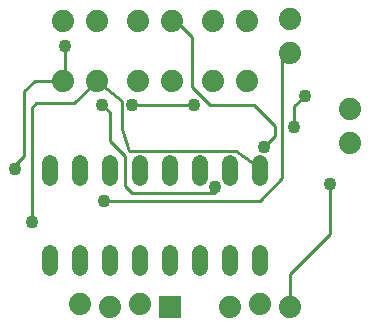
<source format=gbl>
G75*
%MOIN*%
%OFA0B0*%
%FSLAX25Y25*%
%IPPOS*%
%LPD*%
%AMOC8*
5,1,8,0,0,1.08239X$1,22.5*
%
%ADD10C,0.07400*%
%ADD11R,0.07400X0.07400*%
%ADD12C,0.05200*%
%ADD13C,0.04356*%
%ADD14C,0.01000*%
D10*
X0522633Y0086000D03*
X0534033Y0086000D03*
X0547633Y0086000D03*
X0559033Y0086000D03*
X0572633Y0086000D03*
X0584033Y0086000D03*
X0598333Y0095300D03*
X0584033Y0106000D03*
X0572633Y0106000D03*
X0559033Y0106000D03*
X0547633Y0106000D03*
X0534033Y0106000D03*
X0522633Y0106000D03*
X0598333Y0106700D03*
X0618333Y0076700D03*
X0618333Y0065300D03*
X0588333Y0011500D03*
X0598333Y0010500D03*
X0578333Y0010500D03*
X0548333Y0011500D03*
X0538333Y0010500D03*
X0528333Y0011500D03*
D11*
X0558333Y0010500D03*
D12*
X0558333Y0023400D02*
X0558333Y0028600D01*
X0548333Y0028600D02*
X0548333Y0023400D01*
X0538333Y0023400D02*
X0538333Y0028600D01*
X0528333Y0028600D02*
X0528333Y0023400D01*
X0518333Y0023400D02*
X0518333Y0028600D01*
X0568333Y0028600D02*
X0568333Y0023400D01*
X0578333Y0023400D02*
X0578333Y0028600D01*
X0588333Y0028600D02*
X0588333Y0023400D01*
X0588333Y0053400D02*
X0588333Y0058600D01*
X0578333Y0058600D02*
X0578333Y0053400D01*
X0568333Y0053400D02*
X0568333Y0058600D01*
X0558333Y0058600D02*
X0558333Y0053400D01*
X0548333Y0053400D02*
X0548333Y0058600D01*
X0538333Y0058600D02*
X0538333Y0053400D01*
X0528333Y0053400D02*
X0528333Y0058600D01*
X0518333Y0058600D02*
X0518333Y0053400D01*
D13*
X0506833Y0056500D03*
X0536333Y0046000D03*
X0573333Y0050500D03*
X0611833Y0051500D03*
X0589833Y0064000D03*
X0599833Y0070500D03*
X0566333Y0078000D03*
X0545833Y0078000D03*
X0535833Y0078000D03*
X0603333Y0081000D03*
X0523333Y0097500D03*
X0512333Y0039000D03*
D14*
X0512333Y0077000D01*
X0513833Y0078500D01*
X0526533Y0078500D01*
X0534033Y0086000D01*
X0542333Y0079300D01*
X0542333Y0070000D01*
X0544833Y0062500D01*
X0580333Y0062500D01*
X0588333Y0057000D01*
X0588333Y0056000D01*
X0595833Y0053500D02*
X0595833Y0092800D01*
X0598333Y0095300D01*
X0565833Y0100500D02*
X0565833Y0084000D01*
X0571833Y0078000D01*
X0586333Y0078000D01*
X0593333Y0071000D01*
X0593333Y0067500D01*
X0589833Y0064000D01*
X0599833Y0070500D02*
X0599833Y0077500D01*
X0603333Y0081000D01*
X0566333Y0078000D02*
X0545833Y0078000D01*
X0538333Y0075500D02*
X0535833Y0078000D01*
X0538333Y0075500D02*
X0538333Y0066000D01*
X0543333Y0061000D01*
X0543333Y0051000D01*
X0545833Y0048500D01*
X0573333Y0048500D01*
X0573333Y0050500D01*
X0588333Y0046000D02*
X0595833Y0053500D01*
X0611833Y0051500D02*
X0611833Y0035000D01*
X0598333Y0021500D01*
X0598333Y0010500D01*
X0588333Y0046000D02*
X0536333Y0046000D01*
X0506833Y0056500D02*
X0506833Y0058000D01*
X0509833Y0061000D01*
X0509833Y0082500D01*
X0513333Y0086000D01*
X0522633Y0086000D01*
X0523333Y0086700D01*
X0523333Y0097500D01*
X0560333Y0106000D02*
X0565833Y0100500D01*
X0560333Y0106000D02*
X0559033Y0106000D01*
M02*

</source>
